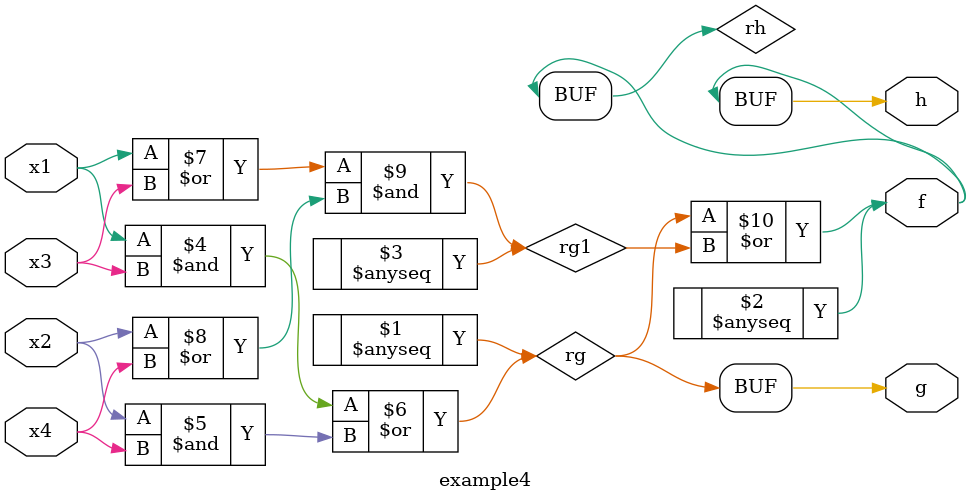
<source format=sv>
module example4(x1, x2, x3, x4, f, g, h);
input x1, x2, x3, x4;
output f, g, h;
rand logic rg;
rand logic rh;
rand logic rg1;
assign #1 rg = (x1 & x3) | (x2 & x4);
assign #1 rg1 = (x1 | x3) & (x2 | x4);
assign #1 rh = rg | rg1;
assign g = rg;
assign h = rh;
assign f = rh;
endmodule
</source>
